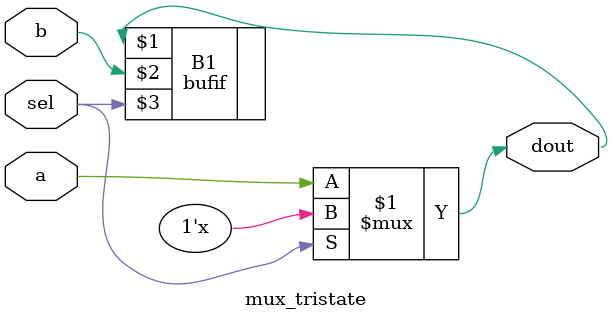
<source format=v>
module mux_tristate(
    input a,
    input b,
    input sel,
    output dout
);
    bufif0 B0 (dout,a,sel);
    bufif B1 (dout, b, sel);
endmodule
</source>
